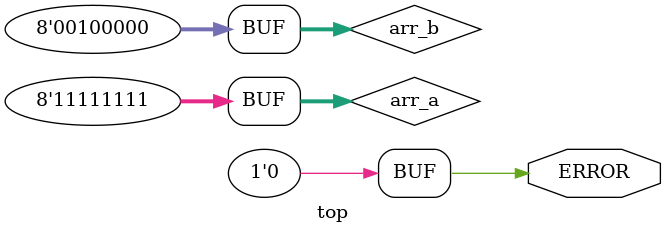
<source format=sv>


/*
:name: operations-on-packed-arrays-one-bit
:description: Test packed arrays operations support (one bit)
:tags: 7.4.3
:type: simulation elaboration parsing
*/
`ifndef SYNTHESIS
`define ASSERT(BOOL) $display(":assert:(%b)", (BOOL))
`else
`define ASSERT(BOOL) ERROR |= !(BOOL)
`endif

module top(output reg ERROR);

bit [7:0] arr_a;
bit [7:0] arr_b;

initial begin
	ERROR = 0;
	arr_a = 8'hff;
	arr_b = 8'h00;
	`ASSERT(arr_a == 'hff);
	`ASSERT(arr_b == 'h00);

	arr_b[5] = arr_a[2];
	`ASSERT(arr_b == 'b00100000);
end

endmodule

</source>
